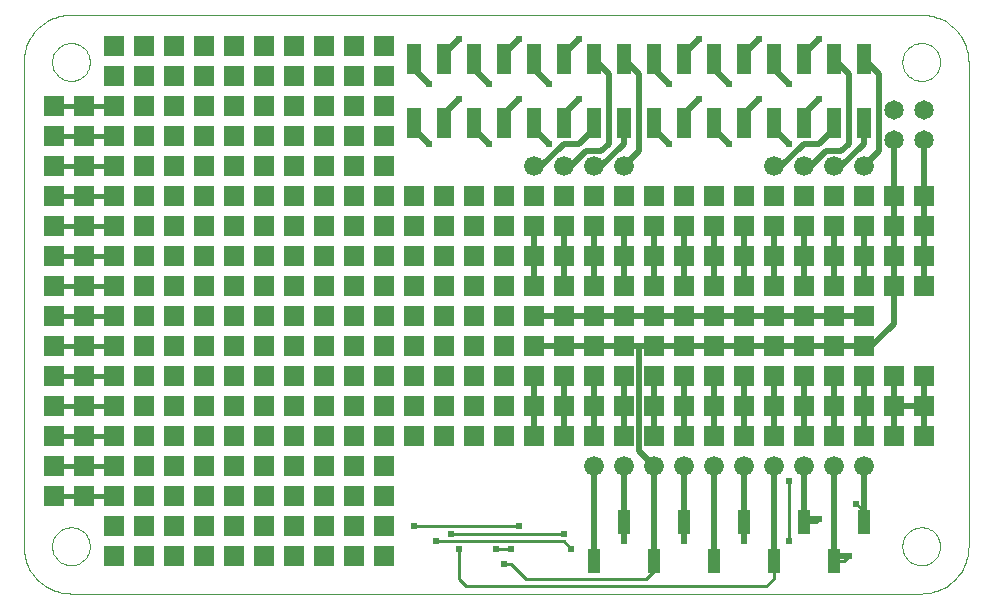
<source format=gbl>
G75*
G70*
%OFA0B0*%
%FSLAX24Y24*%
%IPPOS*%
%LPD*%
%AMOC8*
5,1,8,0,0,1.08239X$1,22.5*
%
%ADD10R,0.0394X0.0787*%
%ADD11R,0.0500X0.1000*%
%ADD12C,0.0000*%
%ADD13R,0.0660X0.0660*%
%ADD14C,0.0660*%
%ADD15C,0.0650*%
%ADD16C,0.0200*%
%ADD17C,0.0238*%
%ADD18C,0.0100*%
%ADD19C,0.0160*%
D10*
X024418Y001600D03*
X026418Y001600D03*
X028418Y001600D03*
X030418Y001600D03*
X032418Y001600D03*
X031418Y002900D03*
X029418Y002900D03*
X027418Y002900D03*
X025418Y002900D03*
X033418Y002900D03*
D11*
X033418Y016175D03*
X032418Y016175D03*
X031418Y016175D03*
X030418Y016175D03*
X029418Y016175D03*
X028418Y016175D03*
X027418Y016175D03*
X026418Y016175D03*
X025418Y016175D03*
X024418Y016175D03*
X023418Y016175D03*
X022418Y016175D03*
X021418Y016175D03*
X020418Y016175D03*
X019418Y016175D03*
X018418Y016175D03*
X018418Y018325D03*
X019418Y018325D03*
X020418Y018325D03*
X021418Y018325D03*
X022418Y018325D03*
X023418Y018325D03*
X024418Y018325D03*
X025418Y018325D03*
X026418Y018325D03*
X027418Y018325D03*
X028418Y018325D03*
X029418Y018325D03*
X030418Y018325D03*
X031418Y018325D03*
X032418Y018325D03*
X033418Y018325D03*
D12*
X005418Y018217D02*
X005418Y002075D01*
X006363Y002075D02*
X006365Y002125D01*
X006371Y002175D01*
X006381Y002224D01*
X006395Y002272D01*
X006412Y002319D01*
X006433Y002364D01*
X006458Y002408D01*
X006486Y002449D01*
X006518Y002488D01*
X006552Y002525D01*
X006589Y002559D01*
X006629Y002589D01*
X006671Y002616D01*
X006715Y002640D01*
X006761Y002661D01*
X006808Y002677D01*
X006856Y002690D01*
X006906Y002699D01*
X006955Y002704D01*
X007006Y002705D01*
X007056Y002702D01*
X007105Y002695D01*
X007154Y002684D01*
X007202Y002669D01*
X007248Y002651D01*
X007293Y002629D01*
X007336Y002603D01*
X007377Y002574D01*
X007416Y002542D01*
X007452Y002507D01*
X007484Y002469D01*
X007514Y002429D01*
X007541Y002386D01*
X007564Y002342D01*
X007583Y002296D01*
X007599Y002248D01*
X007611Y002199D01*
X007619Y002150D01*
X007623Y002100D01*
X007623Y002050D01*
X007619Y002000D01*
X007611Y001951D01*
X007599Y001902D01*
X007583Y001854D01*
X007564Y001808D01*
X007541Y001764D01*
X007514Y001721D01*
X007484Y001681D01*
X007452Y001643D01*
X007416Y001608D01*
X007377Y001576D01*
X007336Y001547D01*
X007293Y001521D01*
X007248Y001499D01*
X007202Y001481D01*
X007154Y001466D01*
X007105Y001455D01*
X007056Y001448D01*
X007006Y001445D01*
X006955Y001446D01*
X006906Y001451D01*
X006856Y001460D01*
X006808Y001473D01*
X006761Y001489D01*
X006715Y001510D01*
X006671Y001534D01*
X006629Y001561D01*
X006589Y001591D01*
X006552Y001625D01*
X006518Y001662D01*
X006486Y001701D01*
X006458Y001742D01*
X006433Y001786D01*
X006412Y001831D01*
X006395Y001878D01*
X006381Y001926D01*
X006371Y001975D01*
X006365Y002025D01*
X006363Y002075D01*
X005418Y002075D02*
X005420Y001998D01*
X005426Y001921D01*
X005435Y001844D01*
X005448Y001768D01*
X005465Y001692D01*
X005486Y001618D01*
X005510Y001544D01*
X005538Y001472D01*
X005569Y001402D01*
X005604Y001333D01*
X005642Y001265D01*
X005683Y001200D01*
X005728Y001137D01*
X005776Y001076D01*
X005826Y001017D01*
X005879Y000961D01*
X005935Y000908D01*
X005994Y000858D01*
X006055Y000810D01*
X006118Y000765D01*
X006183Y000724D01*
X006251Y000686D01*
X006320Y000651D01*
X006390Y000620D01*
X006462Y000592D01*
X006536Y000568D01*
X006610Y000547D01*
X006686Y000530D01*
X006762Y000517D01*
X006839Y000508D01*
X006916Y000502D01*
X006993Y000500D01*
X035339Y000500D01*
X034709Y002075D02*
X034711Y002125D01*
X034717Y002175D01*
X034727Y002224D01*
X034741Y002272D01*
X034758Y002319D01*
X034779Y002364D01*
X034804Y002408D01*
X034832Y002449D01*
X034864Y002488D01*
X034898Y002525D01*
X034935Y002559D01*
X034975Y002589D01*
X035017Y002616D01*
X035061Y002640D01*
X035107Y002661D01*
X035154Y002677D01*
X035202Y002690D01*
X035252Y002699D01*
X035301Y002704D01*
X035352Y002705D01*
X035402Y002702D01*
X035451Y002695D01*
X035500Y002684D01*
X035548Y002669D01*
X035594Y002651D01*
X035639Y002629D01*
X035682Y002603D01*
X035723Y002574D01*
X035762Y002542D01*
X035798Y002507D01*
X035830Y002469D01*
X035860Y002429D01*
X035887Y002386D01*
X035910Y002342D01*
X035929Y002296D01*
X035945Y002248D01*
X035957Y002199D01*
X035965Y002150D01*
X035969Y002100D01*
X035969Y002050D01*
X035965Y002000D01*
X035957Y001951D01*
X035945Y001902D01*
X035929Y001854D01*
X035910Y001808D01*
X035887Y001764D01*
X035860Y001721D01*
X035830Y001681D01*
X035798Y001643D01*
X035762Y001608D01*
X035723Y001576D01*
X035682Y001547D01*
X035639Y001521D01*
X035594Y001499D01*
X035548Y001481D01*
X035500Y001466D01*
X035451Y001455D01*
X035402Y001448D01*
X035352Y001445D01*
X035301Y001446D01*
X035252Y001451D01*
X035202Y001460D01*
X035154Y001473D01*
X035107Y001489D01*
X035061Y001510D01*
X035017Y001534D01*
X034975Y001561D01*
X034935Y001591D01*
X034898Y001625D01*
X034864Y001662D01*
X034832Y001701D01*
X034804Y001742D01*
X034779Y001786D01*
X034758Y001831D01*
X034741Y001878D01*
X034727Y001926D01*
X034717Y001975D01*
X034711Y002025D01*
X034709Y002075D01*
X035339Y000500D02*
X035416Y000502D01*
X035493Y000508D01*
X035570Y000517D01*
X035646Y000530D01*
X035722Y000547D01*
X035796Y000568D01*
X035870Y000592D01*
X035942Y000620D01*
X036012Y000651D01*
X036081Y000686D01*
X036149Y000724D01*
X036214Y000765D01*
X036277Y000810D01*
X036338Y000858D01*
X036397Y000908D01*
X036453Y000961D01*
X036506Y001017D01*
X036556Y001076D01*
X036604Y001137D01*
X036649Y001200D01*
X036690Y001265D01*
X036728Y001333D01*
X036763Y001402D01*
X036794Y001472D01*
X036822Y001544D01*
X036846Y001618D01*
X036867Y001692D01*
X036884Y001768D01*
X036897Y001844D01*
X036906Y001921D01*
X036912Y001998D01*
X036914Y002075D01*
X036914Y018217D01*
X034709Y018217D02*
X034711Y018267D01*
X034717Y018317D01*
X034727Y018366D01*
X034741Y018414D01*
X034758Y018461D01*
X034779Y018506D01*
X034804Y018550D01*
X034832Y018591D01*
X034864Y018630D01*
X034898Y018667D01*
X034935Y018701D01*
X034975Y018731D01*
X035017Y018758D01*
X035061Y018782D01*
X035107Y018803D01*
X035154Y018819D01*
X035202Y018832D01*
X035252Y018841D01*
X035301Y018846D01*
X035352Y018847D01*
X035402Y018844D01*
X035451Y018837D01*
X035500Y018826D01*
X035548Y018811D01*
X035594Y018793D01*
X035639Y018771D01*
X035682Y018745D01*
X035723Y018716D01*
X035762Y018684D01*
X035798Y018649D01*
X035830Y018611D01*
X035860Y018571D01*
X035887Y018528D01*
X035910Y018484D01*
X035929Y018438D01*
X035945Y018390D01*
X035957Y018341D01*
X035965Y018292D01*
X035969Y018242D01*
X035969Y018192D01*
X035965Y018142D01*
X035957Y018093D01*
X035945Y018044D01*
X035929Y017996D01*
X035910Y017950D01*
X035887Y017906D01*
X035860Y017863D01*
X035830Y017823D01*
X035798Y017785D01*
X035762Y017750D01*
X035723Y017718D01*
X035682Y017689D01*
X035639Y017663D01*
X035594Y017641D01*
X035548Y017623D01*
X035500Y017608D01*
X035451Y017597D01*
X035402Y017590D01*
X035352Y017587D01*
X035301Y017588D01*
X035252Y017593D01*
X035202Y017602D01*
X035154Y017615D01*
X035107Y017631D01*
X035061Y017652D01*
X035017Y017676D01*
X034975Y017703D01*
X034935Y017733D01*
X034898Y017767D01*
X034864Y017804D01*
X034832Y017843D01*
X034804Y017884D01*
X034779Y017928D01*
X034758Y017973D01*
X034741Y018020D01*
X034727Y018068D01*
X034717Y018117D01*
X034711Y018167D01*
X034709Y018217D01*
X035339Y019792D02*
X035416Y019790D01*
X035493Y019784D01*
X035570Y019775D01*
X035646Y019762D01*
X035722Y019745D01*
X035796Y019724D01*
X035870Y019700D01*
X035942Y019672D01*
X036012Y019641D01*
X036081Y019606D01*
X036149Y019568D01*
X036214Y019527D01*
X036277Y019482D01*
X036338Y019434D01*
X036397Y019384D01*
X036453Y019331D01*
X036506Y019275D01*
X036556Y019216D01*
X036604Y019155D01*
X036649Y019092D01*
X036690Y019027D01*
X036728Y018959D01*
X036763Y018890D01*
X036794Y018820D01*
X036822Y018748D01*
X036846Y018674D01*
X036867Y018600D01*
X036884Y018524D01*
X036897Y018448D01*
X036906Y018371D01*
X036912Y018294D01*
X036914Y018217D01*
X035339Y019791D02*
X006993Y019791D01*
X006363Y018217D02*
X006365Y018267D01*
X006371Y018317D01*
X006381Y018366D01*
X006395Y018414D01*
X006412Y018461D01*
X006433Y018506D01*
X006458Y018550D01*
X006486Y018591D01*
X006518Y018630D01*
X006552Y018667D01*
X006589Y018701D01*
X006629Y018731D01*
X006671Y018758D01*
X006715Y018782D01*
X006761Y018803D01*
X006808Y018819D01*
X006856Y018832D01*
X006906Y018841D01*
X006955Y018846D01*
X007006Y018847D01*
X007056Y018844D01*
X007105Y018837D01*
X007154Y018826D01*
X007202Y018811D01*
X007248Y018793D01*
X007293Y018771D01*
X007336Y018745D01*
X007377Y018716D01*
X007416Y018684D01*
X007452Y018649D01*
X007484Y018611D01*
X007514Y018571D01*
X007541Y018528D01*
X007564Y018484D01*
X007583Y018438D01*
X007599Y018390D01*
X007611Y018341D01*
X007619Y018292D01*
X007623Y018242D01*
X007623Y018192D01*
X007619Y018142D01*
X007611Y018093D01*
X007599Y018044D01*
X007583Y017996D01*
X007564Y017950D01*
X007541Y017906D01*
X007514Y017863D01*
X007484Y017823D01*
X007452Y017785D01*
X007416Y017750D01*
X007377Y017718D01*
X007336Y017689D01*
X007293Y017663D01*
X007248Y017641D01*
X007202Y017623D01*
X007154Y017608D01*
X007105Y017597D01*
X007056Y017590D01*
X007006Y017587D01*
X006955Y017588D01*
X006906Y017593D01*
X006856Y017602D01*
X006808Y017615D01*
X006761Y017631D01*
X006715Y017652D01*
X006671Y017676D01*
X006629Y017703D01*
X006589Y017733D01*
X006552Y017767D01*
X006518Y017804D01*
X006486Y017843D01*
X006458Y017884D01*
X006433Y017928D01*
X006412Y017973D01*
X006395Y018020D01*
X006381Y018068D01*
X006371Y018117D01*
X006365Y018167D01*
X006363Y018217D01*
X005418Y018217D02*
X005420Y018294D01*
X005426Y018371D01*
X005435Y018448D01*
X005448Y018524D01*
X005465Y018600D01*
X005486Y018674D01*
X005510Y018748D01*
X005538Y018820D01*
X005569Y018890D01*
X005604Y018959D01*
X005642Y019027D01*
X005683Y019092D01*
X005728Y019155D01*
X005776Y019216D01*
X005826Y019275D01*
X005879Y019331D01*
X005935Y019384D01*
X005994Y019434D01*
X006055Y019482D01*
X006118Y019527D01*
X006183Y019568D01*
X006251Y019606D01*
X006320Y019641D01*
X006390Y019672D01*
X006462Y019700D01*
X006536Y019724D01*
X006610Y019745D01*
X006686Y019762D01*
X006762Y019775D01*
X006839Y019784D01*
X006916Y019790D01*
X006993Y019792D01*
D13*
X008418Y018750D03*
X009418Y018750D03*
X010418Y018750D03*
X011418Y018750D03*
X012418Y018750D03*
X013418Y018750D03*
X014418Y018750D03*
X015418Y018750D03*
X016418Y018750D03*
X017418Y018750D03*
X017418Y017750D03*
X016418Y017750D03*
X015418Y017750D03*
X014418Y017750D03*
X013418Y017750D03*
X012418Y017750D03*
X011418Y017750D03*
X010418Y017750D03*
X009418Y017750D03*
X008418Y017750D03*
X008418Y016750D03*
X009418Y016750D03*
X010418Y016750D03*
X011418Y016750D03*
X012418Y016750D03*
X013418Y016750D03*
X014418Y016750D03*
X015418Y016750D03*
X016418Y016750D03*
X017418Y016750D03*
X017418Y015750D03*
X016418Y015750D03*
X015418Y015750D03*
X014418Y015750D03*
X013418Y015750D03*
X012418Y015750D03*
X011418Y015750D03*
X010418Y015750D03*
X009418Y015750D03*
X008418Y015750D03*
X007418Y015750D03*
X006418Y015750D03*
X006418Y014750D03*
X007418Y014750D03*
X008418Y014750D03*
X009418Y014750D03*
X010418Y014750D03*
X011418Y014750D03*
X012418Y014750D03*
X013418Y014750D03*
X014418Y014750D03*
X015418Y014750D03*
X016418Y014750D03*
X017418Y014750D03*
X017418Y013750D03*
X016418Y013750D03*
X015418Y013750D03*
X014418Y013750D03*
X013418Y013750D03*
X012418Y013750D03*
X011418Y013750D03*
X010418Y013750D03*
X009418Y013750D03*
X008418Y013750D03*
X007418Y013750D03*
X006418Y013750D03*
X006418Y012750D03*
X007418Y012750D03*
X008418Y012750D03*
X009418Y012750D03*
X010418Y012750D03*
X011418Y012750D03*
X012418Y012750D03*
X013418Y012750D03*
X014418Y012750D03*
X015418Y012750D03*
X016418Y012750D03*
X017418Y012750D03*
X018418Y012750D03*
X019418Y012750D03*
X020418Y012750D03*
X021418Y012750D03*
X022418Y012750D03*
X023418Y012750D03*
X024418Y012750D03*
X025418Y012750D03*
X026418Y012750D03*
X027418Y012750D03*
X028418Y012750D03*
X029418Y012750D03*
X030418Y012750D03*
X031418Y012750D03*
X032418Y012750D03*
X033418Y012750D03*
X034418Y012750D03*
X035418Y012750D03*
X035418Y011750D03*
X034418Y011750D03*
X033418Y011750D03*
X032418Y011750D03*
X031418Y011750D03*
X030418Y011750D03*
X029418Y011750D03*
X028418Y011750D03*
X027418Y011750D03*
X026418Y011750D03*
X025418Y011750D03*
X024418Y011750D03*
X023418Y011750D03*
X022418Y011750D03*
X021418Y011750D03*
X020418Y011750D03*
X019418Y011750D03*
X018418Y011750D03*
X017418Y011750D03*
X016418Y011750D03*
X015418Y011750D03*
X014418Y011750D03*
X013418Y011750D03*
X012418Y011750D03*
X011418Y011750D03*
X010418Y011750D03*
X009418Y011750D03*
X008418Y011750D03*
X007418Y011750D03*
X006418Y011750D03*
X006418Y010750D03*
X007418Y010750D03*
X008418Y010750D03*
X009418Y010750D03*
X010418Y010750D03*
X011418Y010750D03*
X012418Y010750D03*
X013418Y010750D03*
X014418Y010750D03*
X015418Y010750D03*
X016418Y010750D03*
X017418Y010750D03*
X018418Y010750D03*
X019418Y010750D03*
X020418Y010750D03*
X021418Y010750D03*
X022418Y010750D03*
X023418Y010750D03*
X024418Y010750D03*
X025418Y010750D03*
X026418Y010750D03*
X027418Y010750D03*
X028418Y010750D03*
X029418Y010750D03*
X030418Y010750D03*
X031418Y010750D03*
X032418Y010750D03*
X033418Y010750D03*
X034418Y010750D03*
X035418Y010750D03*
X033418Y009750D03*
X032418Y009750D03*
X031418Y009750D03*
X030418Y009750D03*
X029418Y009750D03*
X028418Y009750D03*
X027418Y009750D03*
X026418Y009750D03*
X025418Y009750D03*
X024418Y009750D03*
X023418Y009750D03*
X022418Y009750D03*
X021418Y009750D03*
X020418Y009750D03*
X019418Y009750D03*
X018418Y009750D03*
X017418Y009750D03*
X016418Y009750D03*
X015418Y009750D03*
X014418Y009750D03*
X013418Y009750D03*
X012418Y009750D03*
X011418Y009750D03*
X010418Y009750D03*
X009418Y009750D03*
X008418Y009750D03*
X007418Y009750D03*
X006418Y009750D03*
X006418Y008750D03*
X007418Y008750D03*
X008418Y008750D03*
X009418Y008750D03*
X010418Y008750D03*
X011418Y008750D03*
X012418Y008750D03*
X013418Y008750D03*
X014418Y008750D03*
X015418Y008750D03*
X016418Y008750D03*
X017418Y008750D03*
X018418Y008750D03*
X019418Y008750D03*
X020418Y008750D03*
X021418Y008750D03*
X022418Y008750D03*
X023418Y008750D03*
X024418Y008750D03*
X025418Y008750D03*
X026418Y008750D03*
X027418Y008750D03*
X028418Y008750D03*
X029418Y008750D03*
X030418Y008750D03*
X031418Y008750D03*
X032418Y008750D03*
X033418Y008750D03*
X033418Y007750D03*
X034418Y007750D03*
X035418Y007750D03*
X035418Y006750D03*
X034418Y006750D03*
X033418Y006750D03*
X032418Y006750D03*
X031418Y006750D03*
X030418Y006750D03*
X029418Y006750D03*
X028418Y006750D03*
X027418Y006750D03*
X026418Y006750D03*
X025418Y006750D03*
X024418Y006750D03*
X023418Y006750D03*
X022418Y006750D03*
X021418Y006750D03*
X020418Y006750D03*
X019418Y006750D03*
X018418Y006750D03*
X017418Y006750D03*
X016418Y006750D03*
X015418Y006750D03*
X014418Y006750D03*
X013418Y006750D03*
X012418Y006750D03*
X011418Y006750D03*
X010418Y006750D03*
X009418Y006750D03*
X008418Y006750D03*
X007418Y006750D03*
X006418Y006750D03*
X006418Y005750D03*
X007418Y005750D03*
X008418Y005750D03*
X009418Y005750D03*
X010418Y005750D03*
X011418Y005750D03*
X012418Y005750D03*
X013418Y005750D03*
X014418Y005750D03*
X015418Y005750D03*
X016418Y005750D03*
X017418Y005750D03*
X018418Y005750D03*
X019418Y005750D03*
X020418Y005750D03*
X021418Y005750D03*
X022418Y005750D03*
X023418Y005750D03*
X024418Y005750D03*
X025418Y005750D03*
X026418Y005750D03*
X027418Y005750D03*
X028418Y005750D03*
X029418Y005750D03*
X030418Y005750D03*
X031418Y005750D03*
X032418Y005750D03*
X033418Y005750D03*
X034418Y005750D03*
X035418Y005750D03*
X032418Y007750D03*
X031418Y007750D03*
X030418Y007750D03*
X029418Y007750D03*
X028418Y007750D03*
X027418Y007750D03*
X026418Y007750D03*
X025418Y007750D03*
X024418Y007750D03*
X023418Y007750D03*
X022418Y007750D03*
X021418Y007750D03*
X020418Y007750D03*
X019418Y007750D03*
X018418Y007750D03*
X017418Y007750D03*
X016418Y007750D03*
X015418Y007750D03*
X014418Y007750D03*
X013418Y007750D03*
X012418Y007750D03*
X011418Y007750D03*
X010418Y007750D03*
X009418Y007750D03*
X008418Y007750D03*
X007418Y007750D03*
X006418Y007750D03*
X006418Y004750D03*
X007418Y004750D03*
X008418Y004750D03*
X009418Y004750D03*
X010418Y004750D03*
X011418Y004750D03*
X012418Y004750D03*
X013418Y004750D03*
X014418Y004750D03*
X015418Y004750D03*
X016418Y004750D03*
X017418Y004750D03*
X017418Y003750D03*
X016418Y003750D03*
X015418Y003750D03*
X014418Y003750D03*
X013418Y003750D03*
X012418Y003750D03*
X011418Y003750D03*
X010418Y003750D03*
X009418Y003750D03*
X008418Y003750D03*
X007418Y003750D03*
X006418Y003750D03*
X008418Y002750D03*
X009418Y002750D03*
X010418Y002750D03*
X011418Y002750D03*
X012418Y002750D03*
X013418Y002750D03*
X014418Y002750D03*
X015418Y002750D03*
X016418Y002750D03*
X017418Y002750D03*
X017418Y001750D03*
X016418Y001750D03*
X015418Y001750D03*
X014418Y001750D03*
X013418Y001750D03*
X012418Y001750D03*
X011418Y001750D03*
X010418Y001750D03*
X009418Y001750D03*
X008418Y001750D03*
X018418Y013750D03*
X019418Y013750D03*
X020418Y013750D03*
X021418Y013750D03*
X022418Y013750D03*
X023418Y013750D03*
X024418Y013750D03*
X025418Y013750D03*
X026418Y013750D03*
X027418Y013750D03*
X028418Y013750D03*
X029418Y013750D03*
X030418Y013750D03*
X031418Y013750D03*
X032418Y013750D03*
X033418Y013750D03*
X034418Y013750D03*
X035418Y013750D03*
X007418Y016750D03*
X006418Y016750D03*
D14*
X022418Y014750D03*
X023418Y014750D03*
X024418Y014750D03*
X025418Y014750D03*
X030418Y014750D03*
X031418Y014750D03*
X032418Y014750D03*
X033418Y014750D03*
X033418Y004750D03*
X032418Y004750D03*
X031418Y004750D03*
X030418Y004750D03*
X029418Y004750D03*
X028418Y004750D03*
X027418Y004750D03*
X026418Y004750D03*
X025418Y004750D03*
X024418Y004750D03*
D15*
X034418Y015625D03*
X035418Y015625D03*
X035418Y016625D03*
X034418Y016625D03*
D16*
X033418Y016175D02*
X033418Y015500D01*
X032668Y014750D01*
X032418Y014750D01*
X032168Y015250D02*
X031668Y014750D01*
X031418Y014750D01*
X030668Y014750D02*
X031418Y015500D01*
X031918Y015500D01*
X032418Y016000D01*
X032418Y016175D01*
X031918Y017000D02*
X031418Y016500D01*
X031418Y016175D01*
X030918Y015500D02*
X030418Y016000D01*
X030418Y016175D01*
X029918Y017000D02*
X029418Y016500D01*
X029418Y016175D01*
X028918Y015500D02*
X028418Y016000D01*
X028418Y016175D01*
X027918Y017000D02*
X027418Y016500D01*
X027418Y016175D01*
X026918Y015500D02*
X026418Y016000D01*
X026418Y016175D01*
X025418Y016175D02*
X025418Y015500D01*
X024668Y014750D01*
X024418Y014750D01*
X024168Y015250D02*
X023668Y014750D01*
X023418Y014750D01*
X022668Y014750D02*
X022418Y014750D01*
X022668Y014750D02*
X023418Y015500D01*
X023918Y015500D01*
X024418Y016000D01*
X024418Y016175D01*
X023918Y017000D02*
X023418Y016500D01*
X023418Y016175D01*
X022918Y015500D02*
X022418Y016000D01*
X022418Y016175D01*
X021918Y017000D02*
X021418Y016500D01*
X021418Y016175D01*
X020918Y015500D02*
X020418Y016000D01*
X020418Y016175D01*
X019918Y017000D02*
X019418Y016500D01*
X019418Y016175D01*
X018918Y015500D02*
X018418Y016000D01*
X018418Y016175D01*
X018918Y017500D02*
X018418Y018000D01*
X018418Y018325D01*
X019418Y018325D02*
X019418Y018500D01*
X019918Y019000D01*
X020418Y018325D02*
X020418Y018000D01*
X020918Y017500D01*
X022418Y018000D02*
X022418Y018325D01*
X022418Y018000D02*
X022918Y017500D01*
X023418Y018325D02*
X023418Y018500D01*
X023918Y019000D01*
X024418Y018325D02*
X024918Y017825D01*
X024918Y015500D01*
X024668Y015250D01*
X024168Y015250D01*
X025418Y014750D02*
X025918Y015250D01*
X025918Y017825D01*
X025418Y018325D01*
X026418Y018325D02*
X026418Y018000D01*
X026918Y017500D01*
X027418Y018325D02*
X027418Y018500D01*
X027918Y019000D01*
X028418Y018325D02*
X028418Y018000D01*
X028918Y017500D01*
X030418Y018000D02*
X030418Y018325D01*
X030418Y018000D02*
X030918Y017500D01*
X031418Y018325D02*
X031418Y018500D01*
X031918Y019000D01*
X032418Y018325D02*
X032918Y017825D01*
X032918Y015500D01*
X032668Y015250D01*
X032168Y015250D01*
X033418Y014750D02*
X033918Y015250D01*
X033918Y017825D01*
X033418Y018325D01*
X029918Y019000D02*
X029418Y018500D01*
X029418Y018325D01*
X034418Y015625D02*
X034418Y013750D01*
X034418Y012750D01*
X034418Y011750D01*
X034418Y010750D01*
X034418Y009500D01*
X033668Y008750D01*
X033418Y008750D01*
X032418Y008750D01*
X031418Y008750D01*
X030418Y008750D01*
X029418Y008750D01*
X028418Y008750D01*
X027418Y008750D01*
X026418Y008750D01*
X025918Y008750D01*
X025918Y005250D01*
X026418Y004750D01*
X026418Y002000D01*
X026418Y001600D01*
X026418Y002000D02*
X026418Y002250D01*
X027418Y002250D02*
X027418Y002500D01*
X027418Y004750D01*
X028418Y004750D02*
X028418Y002000D01*
X028418Y001600D01*
X028418Y002000D02*
X028418Y002250D01*
X029418Y002250D02*
X029418Y002500D01*
X029418Y004750D01*
X030418Y004750D02*
X030418Y002500D01*
X030418Y002000D01*
X030418Y001600D01*
X030418Y002000D02*
X030418Y002250D01*
X029418Y002500D02*
X029418Y002900D01*
X027418Y002900D02*
X027418Y002500D01*
X025418Y002500D02*
X025418Y002250D01*
X025418Y002500D02*
X025418Y004750D01*
X024418Y004750D02*
X024418Y002000D01*
X024418Y001600D01*
X024418Y002000D02*
X024418Y002250D01*
X025418Y002500D02*
X025418Y002900D01*
X025418Y005750D02*
X025418Y006750D01*
X025418Y007750D01*
X024418Y007750D02*
X024418Y006750D01*
X024418Y005750D01*
X023418Y005750D02*
X023418Y006750D01*
X023418Y007750D01*
X022418Y007750D02*
X022418Y006750D01*
X022418Y005750D01*
X026418Y005750D02*
X026418Y006750D01*
X026418Y007750D01*
X027418Y007750D02*
X027418Y006750D01*
X027418Y005750D01*
X028418Y005750D02*
X028418Y006750D01*
X028418Y007750D01*
X029418Y007750D02*
X029418Y006750D01*
X029418Y005750D01*
X030418Y005750D02*
X030418Y006750D01*
X030418Y007750D01*
X031418Y007750D02*
X031418Y006750D01*
X031418Y005750D01*
X032418Y005750D02*
X032418Y006750D01*
X032418Y007750D01*
X033418Y007750D02*
X033418Y006750D01*
X033418Y005750D01*
X034418Y005750D02*
X034418Y006750D01*
X035418Y006750D01*
X035418Y007750D01*
X034418Y007750D02*
X034418Y006750D01*
X035418Y006750D02*
X035418Y005750D01*
X033418Y004750D02*
X033418Y002900D01*
X031918Y003000D02*
X031418Y003000D01*
X031418Y002900D01*
X031418Y004750D01*
X032418Y004750D02*
X032418Y001600D01*
X032418Y001750D01*
X032918Y001750D01*
X025918Y008750D02*
X025418Y008750D01*
X024418Y008750D01*
X023418Y008750D01*
X022418Y008750D01*
X022418Y009750D02*
X023418Y009750D01*
X024418Y009750D01*
X025418Y009750D01*
X026418Y009750D01*
X027418Y009750D01*
X028418Y009750D01*
X029418Y009750D01*
X030418Y009750D01*
X031418Y009750D01*
X032418Y009750D01*
X033418Y009750D01*
X033418Y010750D02*
X033418Y011750D01*
X033418Y012750D01*
X032418Y012750D02*
X032418Y011750D01*
X032418Y010750D01*
X031418Y010750D02*
X031418Y011750D01*
X031418Y012750D01*
X030418Y012750D02*
X030418Y011750D01*
X030418Y010750D01*
X029418Y010750D02*
X029418Y011750D01*
X029418Y012750D01*
X028418Y012750D02*
X028418Y011750D01*
X028418Y010750D01*
X027418Y010750D02*
X027418Y011750D01*
X027418Y012750D01*
X026418Y012750D02*
X026418Y011750D01*
X026418Y010750D01*
X025418Y010750D02*
X025418Y011750D01*
X025418Y012750D01*
X024418Y012750D02*
X024418Y011750D01*
X024418Y010750D01*
X023418Y010750D02*
X023418Y011750D01*
X023418Y012750D01*
X022418Y012750D02*
X022418Y011750D01*
X022418Y010750D01*
X030418Y014750D02*
X030668Y014750D01*
X035418Y015625D02*
X035418Y013750D01*
X035418Y012750D01*
X035418Y011750D01*
X035418Y010750D01*
X021418Y018325D02*
X021418Y018500D01*
X021918Y019000D01*
D17*
X021918Y019000D03*
X019918Y019000D03*
X018918Y017500D03*
X019918Y017000D03*
X020918Y017500D03*
X021918Y017000D03*
X022918Y017500D03*
X023918Y017000D03*
X022918Y015500D03*
X020918Y015500D03*
X018918Y015500D03*
X023918Y019000D03*
X026918Y017500D03*
X027918Y017000D03*
X028918Y017500D03*
X029918Y017000D03*
X030918Y017500D03*
X031918Y017000D03*
X030918Y015500D03*
X028918Y015500D03*
X026918Y015500D03*
X027918Y019000D03*
X029918Y019000D03*
X031918Y019000D03*
X030918Y004250D03*
X033168Y003500D03*
X031918Y003000D03*
X030918Y002250D03*
X030418Y002250D03*
X029418Y002250D03*
X028418Y002250D03*
X027418Y002250D03*
X026418Y002250D03*
X025418Y002250D03*
X024418Y002250D03*
X023668Y002000D03*
X023418Y002500D03*
X021918Y002750D03*
X021668Y002000D03*
X021168Y002000D03*
X021418Y001500D03*
X019918Y002000D03*
X019168Y002250D03*
X019668Y002500D03*
X018418Y002750D03*
X032918Y001750D03*
D18*
X032769Y001600D01*
X032418Y001600D01*
X030918Y002250D02*
X030918Y004250D01*
X033168Y003500D02*
X033418Y003250D01*
X033418Y003000D01*
X033418Y002900D01*
X031918Y003000D02*
X031818Y002900D01*
X031418Y002900D01*
X030418Y001600D02*
X030418Y001000D01*
X030168Y000750D01*
X021418Y000750D01*
X020168Y000750D01*
X019918Y001000D01*
X019918Y002000D01*
X019168Y002250D02*
X023418Y002250D01*
X023668Y002000D01*
X023418Y002500D02*
X019668Y002500D01*
X018418Y002750D02*
X021918Y002750D01*
X021668Y002000D02*
X021168Y002000D01*
X021418Y001500D02*
X021668Y001500D01*
X022168Y001000D01*
X026168Y001000D01*
X026418Y001250D01*
X026418Y001600D01*
D19*
X008418Y003750D02*
X007418Y003750D01*
X006418Y003750D01*
X006418Y004750D02*
X007418Y004750D01*
X008418Y004750D01*
X008418Y005750D02*
X007418Y005750D01*
X006418Y005750D01*
X006418Y006750D02*
X007418Y006750D01*
X008418Y006750D01*
X008418Y007750D02*
X007418Y007750D01*
X006418Y007750D01*
X006418Y008750D02*
X007418Y008750D01*
X008418Y008750D01*
X008418Y009750D02*
X007418Y009750D01*
X006418Y009750D01*
X006418Y010750D02*
X007418Y010750D01*
X008418Y010750D01*
X008418Y011750D02*
X007418Y011750D01*
X006418Y011750D01*
X006418Y012750D02*
X007418Y012750D01*
X008418Y012750D01*
X008418Y013750D02*
X007418Y013750D01*
X006418Y013750D01*
X006418Y014750D02*
X007418Y014750D01*
X008418Y014750D01*
X008418Y015750D02*
X007418Y015750D01*
X006418Y015750D01*
X006418Y016750D02*
X007418Y016750D01*
X008418Y016750D01*
M02*

</source>
